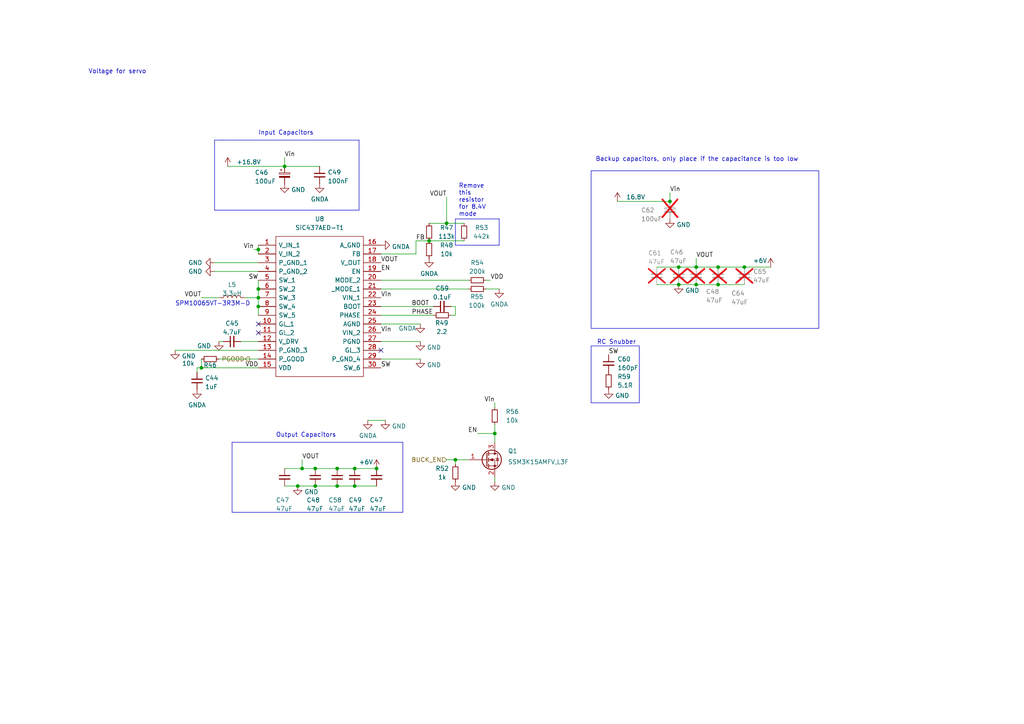
<source format=kicad_sch>
(kicad_sch (version 20250114) (generator "eeschema") (generator_version "9.0")
  (paper "A4")
  (lib_symbols
    (symbol "Device:C_Polarized_Small" (pin_numbers (hide yes)) (pin_names (offset 0.254) (hide yes))
      (property "Reference" "C" (at 0.254 1.778 0))
      (property "Value" "C_Polarized_Small" (at 0.254 -2.032 0))
      (symbol "C_Polarized_Small_0_1"
        (rectangle (start -1.524 0.6858) (end 1.524 0.3048))
        (rectangle (start -1.524 -0.3048) (end 1.524 -0.6858) (fill (type outline)))
        (polyline (pts (xy -1.27 1.524) (xy -0.762 1.524)))
        (polyline (pts (xy -1.016 1.27) (xy -1.016 1.778)))
      )
      (symbol "C_Polarized_Small_1_1"
        (pin passive line (at 0 2.54 270) (length 1.8542) (name "~") (number "1"))
        (pin passive line (at 0 -2.54 90) (length 1.8542) (name "~") (number "2"))
      )
    )
    (symbol "Device:C_Small" (pin_numbers (hide yes)) (pin_names (offset 0.254) (hide yes))
      (property "Reference" "C" (at 0.254 1.778 0))
      (property "Value" "C_Small" (at 0.254 -2.032 0))
      (symbol "C_Small_0_1"
        (polyline (pts (xy -1.524 0.508) (xy 1.524 0.508)) (stroke (width 0.3048)))
        (polyline (pts (xy -1.524 -0.508) (xy 1.524 -0.508)) (stroke (width 0.3302)))
      )
      (symbol "C_Small_1_1"
        (pin passive line (at 0 2.54 270) (length 2.032) (name "~") (number "1"))
        (pin passive line (at 0 -2.54 90) (length 2.032) (name "~") (number "2"))
      )
    )
    (symbol "Device:L" (pin_numbers (hide yes)) (pin_names (offset 1.016) (hide yes))
      (property "Reference" "L" (at -1.27 0 90))
      (property "Value" "L" (at 1.905 0 90))
      (symbol "L_0_1"
        (arc (start 0 2.54) (mid 0.6323 1.905) (end 0 1.27))
        (arc (start 0 1.27) (mid 0.6323 0.635) (end 0 0))
        (arc (start 0 0) (mid 0.6323 -0.635) (end 0 -1.27))
        (arc (start 0 -1.27) (mid 0.6323 -1.905) (end 0 -2.54))
      )
      (symbol "L_1_1"
        (pin passive line (at 0 3.81 270) (length 1.27) (name "1") (number "1"))
        (pin passive line (at 0 -3.81 90) (length 1.27) (name "2") (number "2"))
      )
    )
    (symbol "Device:Q_NMOS_GSD" (pin_names (offset 0) (hide yes))
      (property "Reference" "Q" (at 5.08 1.27 0))
      (property "Value" "Q_NMOS_GSD" (at 5.08 -1.27 0))
      (symbol "Q_NMOS_GSD_0_1"
        (polyline (pts (xy 0.254 1.905) (xy 0.254 -1.905)) (stroke (width 0.254)))
        (polyline (pts (xy 0.254 0) (xy -2.54 0)))
        (polyline (pts (xy 0.762 2.286) (xy 0.762 1.27)) (stroke (width 0.254)))
        (polyline (pts (xy 0.762 0.508) (xy 0.762 -0.508)) (stroke (width 0.254)))
        (polyline (pts (xy 0.762 -1.27) (xy 0.762 -2.286)) (stroke (width 0.254)))
        (polyline (pts (xy 0.762 -1.778) (xy 3.302 -1.778) (xy 3.302 1.778) (xy 0.762 1.778)))
        (polyline (pts (xy 1.016 0) (xy 2.032 0.381) (xy 2.032 -0.381) (xy 1.016 0)) (fill (type outline)))
        (circle (center 1.651 0) (radius 2.794) (stroke (width 0.254)))
        (polyline (pts (xy 2.54 2.54) (xy 2.54 1.778)))
        (circle (center 2.54 1.778) (radius 0.254) (fill (type outline)))
        (circle (center 2.54 -1.778) (radius 0.254) (fill (type outline)))
        (polyline (pts (xy 2.54 -2.54) (xy 2.54 0) (xy 0.762 0)))
        (polyline (pts (xy 2.794 0.508) (xy 2.921 0.381) (xy 3.683 0.381) (xy 3.81 0.254)))
        (polyline (pts (xy 3.302 0.381) (xy 2.921 -0.254) (xy 3.683 -0.254) (xy 3.302 0.381)))
      )
      (symbol "Q_NMOS_GSD_1_1"
        (pin input line (at -5.08 0 0) (length 2.54) (name "G") (number "1"))
        (pin passive line (at 2.54 5.08 270) (length 2.54) (name "D") (number "3"))
        (pin passive line (at 2.54 -5.08 90) (length 2.54) (name "S") (number "2"))
      )
    )
    (symbol "Device:R_Small" (pin_numbers (hide yes)) (pin_names (offset 0.254) (hide yes))
      (property "Reference" "R" (at 0.762 0.508 0))
      (property "Value" "R_Small" (at 0.762 -1.016 0))
      (symbol "R_Small_0_1"
        (rectangle (start -0.762 1.778) (end 0.762 -1.778) (stroke (width 0.2032)))
      )
      (symbol "R_Small_1_1"
        (pin passive line (at 0 2.54 270) (length 0.762) (name "~") (number "1"))
        (pin passive line (at 0 -2.54 90) (length 0.762) (name "~") (number "2"))
      )
    )
    (symbol "iclr:SiC437BED-T1-GE3" (pin_names (offset 0.762))
      (property "Reference" "IC" (at 31.75 7.62 0))
      (property "Value" "SiC437BED-T1-GE3" (at 31.75 5.08 0))
      (symbol "SiC437BED-T1-GE3_0_0"
        (pin passive line (at 0 0 0) (length 5.08) (name "V_IN_1") (number "1"))
        (pin passive line (at 0 -2.54 0) (length 5.08) (name "V_IN_2") (number "2"))
        (pin passive line (at 0 -5.08 0) (length 5.08) (name "P_GND_1") (number "3"))
        (pin passive line (at 0 -7.62 0) (length 5.08) (name "P_GND_2") (number "4"))
        (pin passive line (at 0 -10.16 0) (length 5.08) (name "SW_1") (number "5"))
        (pin passive line (at 0 -12.7 0) (length 5.08) (name "SW_2") (number "6"))
        (pin passive line (at 0 -15.24 0) (length 5.08) (name "SW_3") (number "7"))
        (pin passive line (at 0 -17.78 0) (length 5.08) (name "SW_4") (number "8"))
        (pin passive line (at 0 -20.32 0) (length 5.08) (name "SW_5") (number "9"))
        (pin passive line (at 0 -22.86 0) (length 5.08) (name "GL_1") (number "10"))
        (pin passive line (at 0 -25.4 0) (length 5.08) (name "GL_2") (number "11"))
        (pin passive line (at 0 -27.94 0) (length 5.08) (name "V_DRV") (number "12"))
        (pin passive line (at 0 -30.48 0) (length 5.08) (name "P_GND_3") (number "13"))
        (pin passive line (at 0 -33.02 0) (length 5.08) (name "P_GOOD") (number "14"))
        (pin passive line (at 0 -35.56 0) (length 5.08) (name "VDD") (number "15"))
        (pin passive line (at 35.56 0 180) (length 5.08) (name "A_GND") (number "16"))
        (pin passive line (at 35.56 -2.54 180) (length 5.08) (name "FB") (number "17"))
        (pin passive line (at 35.56 -5.08 180) (length 5.08) (name "V_OUT") (number "18"))
        (pin passive line (at 35.56 -7.62 180) (length 5.08) (name "EN") (number "19"))
        (pin passive line (at 35.56 -10.16 180) (length 5.08) (name "MODE_2") (number "20"))
        (pin passive line (at 35.56 -12.7 180) (length 5.08) (name "_MODE_1") (number "21"))
        (pin passive line (at 35.56 -15.24 180) (length 5.08) (name "VIN_1") (number "22"))
        (pin passive line (at 35.56 -17.78 180) (length 5.08) (name "BOOT") (number "23"))
        (pin passive line (at 35.56 -20.32 180) (length 5.08) (name "PHASE") (number "24"))
        (pin passive line (at 35.56 -22.86 180) (length 5.08) (name "AGND") (number "25"))
        (pin passive line (at 35.56 -25.4 180) (length 5.08) (name "VIN_2") (number "26"))
        (pin passive line (at 35.56 -27.94 180) (length 5.08) (name "PGND") (number "27"))
        (pin passive line (at 35.56 -30.48 180) (length 5.08) (name "GL_3") (number "28"))
        (pin passive line (at 35.56 -33.02 180) (length 5.08) (name "P_GND_4") (number "29"))
        (pin passive line (at 35.56 -35.56 180) (length 5.08) (name "SW_6") (number "30"))
      )
      (symbol "SiC437BED-T1-GE3_0_1"
        (polyline (pts (xy 5.08 2.54) (xy 30.48 2.54) (xy 30.48 -38.1) (xy 5.08 -38.1) (xy 5.08 2.54)) (stroke (width 0.1524)))
      )
    )
    (symbol "power:+12V" (power) (pin_names (offset 0))
      (property "Value" "+12V" (at 0 3.556 0))
      (symbol "+12V_0_1"
        (polyline (pts (xy -0.762 1.27) (xy 0 2.54)))
        (polyline (pts (xy 0 2.54) (xy 0.762 1.27)))
        (polyline (pts (xy 0 0) (xy 0 2.54)))
      )
      (symbol "+12V_1_1"
        (pin power_in line (at 0 0 90) (length 0) (hide yes) (name "+12V") (number "1"))
      )
    )
    (symbol "power:+6V" (power) (pin_names (offset 0))
      (property "Value" "+6V" (at 0 3.556 0))
      (symbol "+6V_0_1"
        (polyline (pts (xy -0.762 1.27) (xy 0 2.54)))
        (polyline (pts (xy 0 2.54) (xy 0.762 1.27)))
        (polyline (pts (xy 0 0) (xy 0 2.54)))
      )
      (symbol "+6V_1_1"
        (pin power_in line (at 0 0 90) (length 0) (hide yes) (name "+6V") (number "1"))
      )
    )
    (symbol "power:GND" (power) (pin_names (offset 0))
      (property "Value" "GND" (at 0 -3.81 0))
      (symbol "GND_0_1"
        (polyline (pts (xy 0 0) (xy 0 -1.27) (xy 1.27 -1.27) (xy 0 -2.54) (xy -1.27 -1.27) (xy 0 -1.27)))
      )
      (symbol "GND_1_1"
        (pin power_in line (at 0 0 270) (length 0) (hide yes) (name "GND") (number "1"))
      )
    )
    (symbol "power:GNDA" (power) (pin_names (offset 0))
      (property "Value" "GNDA" (at 0 -3.81 0))
      (symbol "GNDA_0_1"
        (polyline (pts (xy 0 0) (xy 0 -1.27) (xy 1.27 -1.27) (xy 0 -2.54) (xy -1.27 -1.27) (xy 0 -1.27)))
      )
      (symbol "GNDA_1_1"
        (pin power_in line (at 0 0 270) (length 0) (hide yes) (name "GNDA") (number "1"))
      )
    )
  )
  (rectangle (start 171.45 100.33) (end 185.42 116.84))
  (rectangle (start 171.45 49.53) (end 237.49 95.25))
  (text "SPM10065VT-3R3M-D" (at 50.8 88.9 0) (effects (font (size 1.27 1.27)) (justify left bottom)))
  (text "Voltage for servo" (at 34.036 20.828 0) (effects (font (size 1.27 1.27))))
  (text "Output Capacitors\n" (at 80.01 127 0) (effects (font (size 1.27 1.27)) (justify left bottom)))
  (text "Backup capacitors, only place if the capacitance is too low\n" (at 172.72 46.99 0) (effects (font (size 1.27 1.27)) (justify left bottom)))
  (text "Input Capacitors\n" (at 74.93 39.37 0) (effects (font (size 1.27 1.27)) (justify left bottom)))
  (text "RC Snubber" (at 178.816 99.314 0) (effects (font (size 1.27 1.27))))
  (text_box "Remove this resistor for 8.4V mode" (at 132.08 52.07 0) (size 12.7 7.62) (margins 0.9524 0.9524 0.9524 0.9524) (stroke (width -0.0001)) (effects (font (size 1.27 1.27)) (justify left top)))
  (junction (at 74.93 83.82))
  (junction (at 74.93 88.9))
  (junction (at 194.31 58.42))
  (junction (at 58.42 106.68))
  (junction (at 196.85 82.55))
  (junction (at 97.79 140.97))
  (junction (at 208.28 77.47))
  (junction (at 132.08 133.35))
  (junction (at 86.36 140.97))
  (junction (at 74.93 86.36))
  (junction (at 102.87 135.89))
  (junction (at 201.93 77.47))
  (junction (at 87.63 135.89))
  (junction (at 208.28 82.55))
  (junction (at 129.54 64.77))
  (junction (at 97.79 135.89))
  (junction (at 82.55 48.26))
  (junction (at 196.85 77.47))
  (junction (at 74.93 72.39))
  (junction (at 91.44 140.97))
  (junction (at 201.93 82.55))
  (junction (at 109.22 135.89))
  (junction (at 102.87 140.97))
  (junction (at 143.51 125.73))
  (junction (at 124.46 69.85))
  (junction (at 215.9 77.47))
  (junction (at 91.44 135.89))
  (no_connect (at 74.93 96.52))
  (no_connect (at 74.93 93.98))
  (no_connect (at 110.49 101.6))
  (polyline (pts (xy 116.84 148.59) (xy 67.31 148.59)))
  (wire (pts (xy 132.08 134.62) (xy 132.08 133.35)))
  (wire (pts (xy 138.43 125.73) (xy 143.51 125.73)))
  (wire (pts (xy 201.93 77.47) (xy 208.28 77.47)))
  (wire (pts (xy 66.04 48.26) (xy 82.55 48.26)))
  (wire (pts (xy 208.28 77.47) (xy 215.9 77.47)))
  (polyline (pts (xy 62.23 40.64) (xy 64.77 40.64)))
  (wire (pts (xy 82.55 45.72) (xy 82.55 48.26)))
  (wire (pts (xy 74.93 88.9) (xy 74.93 91.44)))
  (wire (pts (xy 74.93 86.36) (xy 74.93 88.9)))
  (wire (pts (xy 73.66 72.39) (xy 74.93 72.39)))
  (wire (pts (xy 121.92 104.14) (xy 110.49 104.14)))
  (wire (pts (xy 208.28 82.55) (xy 215.9 82.55)))
  (wire (pts (xy 201.93 82.55) (xy 208.28 82.55)))
  (polyline (pts (xy 67.31 148.59) (xy 67.31 128.27)))
  (wire (pts (xy 74.93 81.28) (xy 74.93 83.82)))
  (wire (pts (xy 135.89 81.28) (xy 110.49 81.28)))
  (polyline (pts (xy 116.84 128.27) (xy 116.84 148.59)))
  (wire (pts (xy 201.93 74.93) (xy 201.93 77.47)))
  (wire (pts (xy 74.93 71.12) (xy 74.93 72.39)))
  (wire (pts (xy 110.49 91.44) (xy 125.73 91.44)))
  (wire (pts (xy 63.5 99.06) (xy 64.77 99.06)))
  (wire (pts (xy 58.42 104.14) (xy 58.42 106.68)))
  (wire (pts (xy 106.68 121.92) (xy 111.76 121.92)))
  (wire (pts (xy 132.08 91.44) (xy 130.81 91.44)))
  (wire (pts (xy 194.31 55.88) (xy 194.31 58.42)))
  (wire (pts (xy 86.36 140.97) (xy 91.44 140.97)))
  (wire (pts (xy 58.42 106.68) (xy 57.15 106.68)))
  (wire (pts (xy 58.42 86.36) (xy 63.5 86.36)))
  (wire (pts (xy 102.87 135.89) (xy 109.22 135.89)))
  (wire (pts (xy 91.44 140.97) (xy 97.79 140.97)))
  (wire (pts (xy 143.51 128.27) (xy 143.51 125.73)))
  (polyline (pts (xy 132.08 63.5) (xy 144.78 63.5)))
  (wire (pts (xy 143.51 118.11) (xy 143.51 116.84)))
  (wire (pts (xy 63.5 104.14) (xy 74.93 104.14)))
  (wire (pts (xy 82.55 135.89) (xy 87.63 135.89)))
  (wire (pts (xy 196.85 77.47) (xy 190.5 77.47)))
  (wire (pts (xy 110.49 73.66) (xy 120.65 73.66)))
  (wire (pts (xy 74.93 83.82) (xy 74.93 86.36)))
  (wire (pts (xy 132.08 133.35) (xy 135.89 133.35)))
  (polyline (pts (xy 67.31 128.27) (xy 69.85 128.27)))
  (polyline (pts (xy 69.85 128.27) (xy 116.84 128.27)))
  (wire (pts (xy 87.63 135.89) (xy 91.44 135.89)))
  (wire (pts (xy 120.65 69.85) (xy 124.46 69.85)))
  (wire (pts (xy 120.65 69.85) (xy 120.65 73.66)))
  (polyline (pts (xy 62.23 60.96) (xy 62.23 40.64)))
  (wire (pts (xy 87.63 133.35) (xy 87.63 135.89)))
  (wire (pts (xy 50.8 101.6) (xy 74.93 101.6)))
  (wire (pts (xy 62.23 76.2) (xy 74.93 76.2)))
  (wire (pts (xy 69.85 99.06) (xy 74.93 99.06)))
  (polyline (pts (xy 144.78 63.5) (xy 144.78 71.12)))
  (wire (pts (xy 102.87 140.97) (xy 109.22 140.97)))
  (wire (pts (xy 196.85 82.55) (xy 190.5 82.55)))
  (wire (pts (xy 62.23 78.74) (xy 74.93 78.74)))
  (wire (pts (xy 129.54 57.15) (xy 129.54 64.77)))
  (wire (pts (xy 196.85 82.55) (xy 201.93 82.55)))
  (wire (pts (xy 97.79 140.97) (xy 102.87 140.97)))
  (wire (pts (xy 179.07 58.42) (xy 194.31 58.42)))
  (polyline (pts (xy 64.77 40.64) (xy 104.14 40.64)))
  (wire (pts (xy 129.54 133.35) (xy 132.08 133.35)))
  (wire (pts (xy 82.55 48.26) (xy 92.71 48.26)))
  (wire (pts (xy 121.92 93.98) (xy 110.49 93.98)))
  (wire (pts (xy 71.12 86.36) (xy 74.93 86.36)))
  (wire (pts (xy 57.15 106.68) (xy 57.15 107.95)))
  (wire (pts (xy 196.85 77.47) (xy 201.93 77.47)))
  (wire (pts (xy 140.97 81.28) (xy 142.24 81.28)))
  (wire (pts (xy 82.55 140.97) (xy 86.36 140.97)))
  (wire (pts (xy 215.9 77.47) (xy 223.52 77.47)))
  (wire (pts (xy 110.49 88.9) (xy 125.73 88.9)))
  (wire (pts (xy 121.92 99.06) (xy 110.49 99.06)))
  (wire (pts (xy 132.08 88.9) (xy 130.81 88.9)))
  (wire (pts (xy 135.89 83.82) (xy 110.49 83.82)))
  (wire (pts (xy 74.93 72.39) (xy 74.93 73.66)))
  (polyline (pts (xy 104.14 60.96) (xy 62.23 60.96)))
  (wire (pts (xy 91.44 135.89) (xy 97.79 135.89)))
  (wire (pts (xy 58.42 106.68) (xy 74.93 106.68)))
  (wire (pts (xy 124.46 69.85) (xy 134.62 69.85)))
  (wire (pts (xy 129.54 64.77) (xy 134.62 64.77)))
  (polyline (pts (xy 104.14 40.64) (xy 104.14 60.96)))
  (wire (pts (xy 129.54 64.77) (xy 124.46 64.77)))
  (wire (pts (xy 140.97 83.82) (xy 144.78 83.82)))
  (polyline (pts (xy 132.08 63.5) (xy 132.08 71.12)))
  (wire (pts (xy 97.79 135.89) (xy 102.87 135.89)))
  (wire (pts (xy 132.08 88.9) (xy 132.08 91.44)))
  (wire (pts (xy 143.51 139.7) (xy 143.51 138.43)))
  (wire (pts (xy 143.51 123.19) (xy 143.51 125.73)))
  (polyline (pts (xy 144.78 71.12) (xy 132.08 71.12)))
  (label "Vin" (at 110.49 96.52 0))
  (label "SW" (at 74.93 81.28 180))
  (label "Vin" (at 82.55 45.72 0))
  (label "VOUT" (at 87.63 133.35 0))
  (label "BOOT" (at 124.46 88.9 180))
  (label "SW" (at 110.49 106.68 0))
  (label "Vin" (at 143.51 116.84 180))
  (label "VOUT" (at 129.54 57.15 180))
  (label "Vin" (at 194.31 55.88 0))
  (label "VOUT" (at 201.93 74.93 0))
  (label "EN" (at 138.43 125.73 180))
  (label "PHASE" (at 119.38 91.44 0))
  (label "Vin" (at 110.49 86.36 0))
  (label "VDD" (at 74.93 106.68 180))
  (label "Vin" (at 73.66 72.39 180))
  (label "EN" (at 110.49 78.74 0))
  (label "VDD" (at 142.24 81.28 0))
  (label "SW" (at 176.53 102.87 0))
  (label "FB" (at 120.65 69.85 0))
  (label "VOUT" (at 110.49 76.2 0))
  (label "VOUT" (at 58.42 86.36 180))
  (hierarchical_label "PGOOD" (shape output) (at 72.39 104.14 180))
  (hierarchical_label "BUCK_EN" (shape input) (at 129.54 133.35 180))
  (symbol (lib_id "Device:C_Small") (at 102.87 138.43 0) (unit 1)
    (property "Reference" "C49" (at 101.092 145.034 0) (effects (justify left)))
    (property "Value" "47uF" (at 101.092 147.574 0) (effects (justify left)))
    (property "Footprint" "Capacitor_SMD:C_1206_3216Metric" (effects (hide yes)))
  )
  (symbol (lib_id "Device:C_Small") (at 176.53 105.41 0) (unit 1)
    (property "Reference" "C60" (at 179.07 104.1462 0) (effects (justify left)))
    (property "Value" "160pF" (at 179.07 106.6862 0) (effects (justify left)))
    (property "Footprint" "Capacitor_SMD:C_0603_1608Metric" (effects (hide yes)))
    (property "Description" "Unpolarized capacitor, small symbol" (effects (hide yes)))
  )
  (symbol (lib_id "power:GNDA") (at 124.46 74.93 0) (unit 1)
    (property "Reference" "#PWR0116" (effects (hide yes)))
    (property "Value" "GNDA" (at 124.46 79.3734 0))
  )
  (symbol (lib_id "power:GND") (at 176.53 113.03 0) (unit 1)
    (property "Reference" "#PWR0120" (effects (hide yes)))
    (property "Value" "GND" (at 178.435 114.7338 0) (effects (justify left)))
  )
  (symbol (lib_id "Device:C_Small") (at 208.28 80.01 0) (unit 1) (dnp yes)
    (property "Reference" "C64" (at 212.09 85.09 0) (effects (justify left)))
    (property "Value" "47uF" (at 212.09 87.63 0) (effects (justify left)))
    (property "Footprint" "Capacitor_SMD:C_1206_3216Metric" (effects (hide yes)))
  )
  (symbol (lib_id "Device:C_Small") (at 67.31 99.06 90) (unit 1)
    (property "Reference" "C45" (at 67.3163 93.7981 90))
    (property "Value" "4.7uF" (at 67.3163 96.335 90))
    (property "Footprint" "Capacitor_SMD:C_0402_1005Metric" (effects (hide yes)))
  )
  (symbol (lib_id "power:GND") (at 121.92 104.14 0) (unit 1)
    (property "Reference" "#PWR0114" (effects (hide yes)))
    (property "Value" "GND" (at 123.825 105.8438 0) (effects (justify left)))
  )
  (symbol (lib_id "power:GNDA") (at 144.78 83.82 0) (unit 1)
    (property "Reference" "#PWR0119" (effects (hide yes)))
    (property "Value" "GNDA" (at 144.78 88.2634 0))
  )
  (symbol (lib_id "Device:R_Small") (at 124.46 67.31 180) (unit 1)
    (property "Reference" "R47" (at 129.54 66.04 0))
    (property "Value" "113k" (at 129.54 68.5769 0))
    (property "Footprint" "Resistor_SMD:R_0402_1005Metric" (effects (hide yes)))
    (property "MPN" "ERJ-2RKF1133X" (effects (hide yes)))
  )
  (symbol (lib_id "Device:C_Polarized_Small") (at 194.31 60.96 0) (unit 1) (dnp yes)
    (property "Reference" "C62" (at 185.928 60.96 0) (effects (justify left)))
    (property "Value" "100uF" (at 185.928 63.5 0) (effects (justify left)))
    (property "Footprint" "Capacitor_Tantalum_SMD:CP_EIA-7360-38_Kemet-E" (effects (hide yes)))
    (property "Description" "Polarized capacitor, small symbol" (effects (hide yes)))
    (property "MPN" "T52M1107M035C0100" (effects (hide yes)))
  )
  (symbol (lib_id "Device:C_Small") (at 92.71 50.8 0) (unit 1)
    (property "Reference" "C49" (at 95.0341 49.9716 0) (effects (justify left)))
    (property "Value" "100nF" (at 95.0341 52.5085 0) (effects (justify left)))
    (property "Footprint" "Capacitor_SMD:C_0402_1005Metric" (effects (hide yes)))
  )
  (symbol (lib_id "Device:C_Small") (at 82.55 138.43 0) (unit 1)
    (property "Reference" "C47" (at 80.01 145.034 0) (effects (justify left)))
    (property "Value" "47uF" (at 80.01 147.574 0) (effects (justify left)))
    (property "Footprint" "Capacitor_SMD:C_1206_3216Metric" (effects (hide yes)))
  )
  (symbol (lib_id "Device:R_Small") (at 60.96 104.14 90) (unit 1)
    (property "Reference" "R46" (at 60.96 105.918 90))
    (property "Value" "10k" (at 54.61 105.4069 90))
    (property "Footprint" "Resistor_SMD:R_0402_1005Metric" (effects (hide yes)))
  )
  (symbol (lib_id "iclr:SiC437BED-T1-GE3") (at 74.93 71.12 0) (unit 1)
    (property "Reference" "U8" (at 92.71 63.5 0))
    (property "Value" "SiC437AED-T1" (at 92.71 66.04 0))
    (property "Footprint" "iclr:SiC437BEDT1GE3" (effects (hide yes)))
    (property "Datasheet" "https://componentsearchengine.com/Datasheets/1/SiC437BED-T1-GE3.pdf" (effects (hide yes)))
    (property "Description" "Switching Voltage Regulators 3-28V 12A 50uA microBUCK MLP44-24" (effects (hide yes)))
    (property "Height" "0.8" (effects (hide yes)))
    (property "Manufacturer_Name" "Vishay" (effects (hide yes)))
    (property "Manufacturer_Part_Number" "SiC437BED-T1-GE3" (effects (hide yes)))
    (property "Mouser Part Number" "78-SIC437BED-T1-GE3" (effects (hide yes)))
    (property "Mouser Price/Stock" "https://www.mouser.co.uk/ProductDetail/Vishay-Siliconix/SiC437BED-T1-GE3?qs=chTDxNqvsyntp1SKlnHzGA%3D%3D" (effects (hide yes)))
    (property "Arrow Part Number" "SIC437BED-T1-GE3" (effects (hide yes)))
    (property "Arrow Price/Stock" "https://www.arrow.com/en/products/sic437bed-t1-ge3/vishay" (effects (hide yes)))
  )
  (symbol (lib_id "power:GND") (at 86.36 140.97 0) (unit 1)
    (property "Reference" "#PWR0101" (effects (hide yes)))
    (property "Value" "GND" (at 88.265 142.6738 0) (effects (justify left)))
  )
  (symbol (lib_id "power:+6V") (at 223.52 77.47 0) (unit 1)
    (property "Reference" "#PWR0125" (effects (hide yes)))
    (property "Value" "+6V" (at 220.4553 75.5978 0))
  )
  (symbol (lib_id "Device:C_Small") (at 190.5 80.01 180) (unit 1) (dnp yes)
    (property "Reference" "C61" (at 187.96 73.406 0) (effects (justify right)))
    (property "Value" "47uF" (at 187.96 75.946 0) (effects (justify right)))
    (property "Footprint" "Capacitor_SMD:C_1206_3216Metric" (effects (hide yes)))
  )
  (symbol (lib_id "power:GND") (at 62.23 78.74 270) (unit 1)
    (property "Reference" "#PWR095" (effects (hide yes)))
    (property "Value" "GND" (at 54.61 78.74 90) (effects (justify left)))
  )
  (symbol (lib_id "power:GND") (at 196.85 82.55 0) (unit 1)
    (property "Reference" "#PWR0124" (effects (hide yes)))
    (property "Value" "GND" (at 198.755 84.2538 0) (effects (justify left)))
  )
  (symbol (lib_id "power:GND") (at 121.92 99.06 0) (unit 1)
    (property "Reference" "#PWR0112" (effects (hide yes)))
    (property "Value" "GND" (at 123.825 100.7638 0) (effects (justify left)))
  )
  (symbol (lib_id "Device:R_Small") (at 124.46 72.39 180) (unit 1)
    (property "Reference" "R48" (at 129.54 71.1231 0))
    (property "Value" "10k" (at 129.54 73.66 0))
    (property "Footprint" "Resistor_SMD:R_0402_1005Metric" (effects (hide yes)))
  )
  (symbol (lib_id "Device:C_Small") (at 215.9 80.01 0) (unit 1) (dnp yes)
    (property "Reference" "C65" (at 218.44 78.7462 0) (effects (justify left)))
    (property "Value" "47uF" (at 218.44 81.2862 0) (effects (justify left)))
    (property "Footprint" "Capacitor_SMD:C_1206_3216Metric" (effects (hide yes)))
  )
  (symbol (lib_id "Device:C_Small") (at 97.79 138.43 0) (unit 1)
    (property "Reference" "C58" (at 95.25 145.034 0) (effects (justify left)))
    (property "Value" "47uF" (at 95.25 147.574 0) (effects (justify left)))
    (property "Footprint" "Capacitor_SMD:C_1206_3216Metric" (effects (hide yes)))
  )
  (symbol (lib_id "Device:C_Polarized_Small") (at 82.55 50.8 0) (unit 1)
    (property "Reference" "C46" (at 73.914 50.038 0) (effects (justify left)))
    (property "Value" "100uF" (at 73.914 52.578 0) (effects (justify left)))
    (property "Footprint" "Capacitor_Tantalum_SMD:CP_EIA-7360-38_Kemet-E" (effects (hide yes)))
    (property "Description" "Polarized capacitor, small symbol" (effects (hide yes)))
    (property "MPN" "T52M1107M035C0100" (effects (hide yes)))
  )
  (symbol (lib_id "Device:L") (at 67.31 86.36 90) (unit 1)
    (property "Reference" "L5" (at 67.31 82.55 90))
    (property "Value" "3.3uH" (at 67.31 85.09 90))
    (property "Footprint" "iclr:IND_SPM10065VT-3R3M-D" (effects (hide yes)))
    (property "MPN" "SPM10065VT-3R3M-D" (effects (hide yes)))
  )
  (symbol (lib_id "Device:C_Small") (at 57.15 110.49 180) (unit 1)
    (property "Reference" "C44" (at 59.4741 109.6489 0) (effects (justify right)))
    (property "Value" "1uF" (at 59.4741 112.1858 0) (effects (justify right)))
    (property "Footprint" "Capacitor_SMD:C_0402_1005Metric" (effects (hide yes)))
  )
  (symbol (lib_id "Device:R_Small") (at 176.53 110.49 0) (unit 1)
    (property "Reference" "R59" (at 179.07 109.2199 0) (effects (justify left)))
    (property "Value" "5.1R" (at 179.07 111.7599 0) (effects (justify left)))
    (property "Footprint" "Resistor_SMD:R_0603_1608Metric" (effects (hide yes)))
    (property "Description" "Resistor, small symbol" (effects (hide yes)))
  )
  (symbol (lib_id "power:GNDA") (at 106.68 121.92 0) (mirror y) (unit 1)
    (property "Reference" "#PWR0104" (effects (hide yes)))
    (property "Value" "GNDA" (at 106.68 126.3634 0))
  )
  (symbol (lib_id "Device:R_Small") (at 138.43 83.82 90) (unit 1)
    (property "Reference" "R55" (at 138.3045 86.052 90))
    (property "Value" "100k" (at 138.3045 88.5889 90))
    (property "Footprint" "Resistor_SMD:R_0402_1005Metric" (effects (hide yes)))
  )
  (symbol (lib_id "power:+6V") (at 109.22 135.89 0) (unit 1)
    (property "Reference" "#PWR0105" (effects (hide yes)))
    (property "Value" "+6V" (at 106.1553 134.0178 0))
  )
  (symbol (lib_id "Device:C_Small") (at 201.93 80.01 0) (unit 1) (dnp yes)
    (property "Reference" "C48" (at 204.724 84.582 0) (effects (justify left)))
    (property "Value" "47uF" (at 204.724 87.122 0) (effects (justify left)))
    (property "Footprint" "Capacitor_SMD:C_1206_3216Metric" (effects (hide yes)))
  )
  (symbol (lib_id "power:GNDA") (at 110.49 71.12 90) (unit 1)
    (property "Reference" "#PWR0106" (effects (hide yes)))
    (property "Value" "GNDA" (at 113.665 71.5538 90) (effects (justify right)))
  )
  (symbol (lib_id "power:GND") (at 62.23 76.2 270) (unit 1)
    (property "Reference" "#PWR093" (effects (hide yes)))
    (property "Value" "GND" (at 54.61 76.2 90) (effects (justify left)))
  )
  (symbol (lib_id "Device:C_Small") (at 196.85 80.01 0) (unit 1) (dnp yes)
    (property "Reference" "C46" (at 194.31 73.152 0) (effects (justify left)))
    (property "Value" "47uF" (at 194.31 75.692 0) (effects (justify left)))
    (property "Footprint" "Capacitor_SMD:C_1206_3216Metric" (effects (hide yes)))
  )
  (symbol (lib_id "power:GND") (at 63.5 99.06 0) (unit 1)
    (property "Reference" "#PWR096" (effects (hide yes)))
    (property "Value" "GND" (at 57.15 100.33 0) (effects (justify left)))
  )
  (symbol (lib_id "Device:R_Small") (at 138.43 81.28 90) (unit 1)
    (property "Reference" "R54" (at 138.43 76.2 90))
    (property "Value" "200k" (at 138.43 78.7369 90))
    (property "Footprint" "Resistor_SMD:R_0402_1005Metric" (effects (hide yes)))
  )
  (symbol (lib_id "Device:R_Small") (at 132.08 137.16 180) (unit 1)
    (property "Reference" "R52" (at 128.27 135.89 0))
    (property "Value" "1k" (at 128.27 138.4269 0))
    (property "Footprint" "Resistor_SMD:R_0402_1005Metric" (effects (hide yes)))
  )
  (symbol (lib_id "power:GNDA") (at 92.71 53.34 0) (unit 1)
    (property "Reference" "#PWR0102" (effects (hide yes)))
    (property "Value" "GNDA" (at 92.71 57.7834 0))
  )
  (symbol (lib_id "Device:R_Small") (at 143.51 120.65 180) (unit 1)
    (property "Reference" "R56" (at 148.59 119.3831 0))
    (property "Value" "10k" (at 148.59 121.92 0))
    (property "Footprint" "Resistor_SMD:R_0402_1005Metric" (effects (hide yes)))
  )
  (symbol (lib_id "power:GNDA") (at 57.15 113.03 0) (unit 1)
    (property "Reference" "#PWR092" (effects (hide yes)))
    (property "Value" "GNDA" (at 57.15 117.4734 0))
  )
  (symbol (lib_id "Device:R_Small") (at 128.27 91.44 90) (unit 1)
    (property "Reference" "R49" (at 128.1445 93.672 90))
    (property "Value" "2.2" (at 128.1445 96.2089 90))
    (property "Footprint" "Resistor_SMD:R_0402_1005Metric" (effects (hide yes)))
  )
  (symbol (lib_id "power:GND") (at 132.08 139.7 0) (unit 1)
    (property "Reference" "#PWR0117" (effects (hide yes)))
    (property "Value" "GND" (at 133.985 141.4038 0) (effects (justify left)))
  )
  (symbol (lib_id "Device:C_Small") (at 109.22 138.43 0) (unit 1)
    (property "Reference" "C47" (at 107.188 145.034 0) (effects (justify left)))
    (property "Value" "47uF" (at 107.188 147.574 0) (effects (justify left)))
    (property "Footprint" "Capacitor_SMD:C_1206_3216Metric" (effects (hide yes)))
  )
  (symbol (lib_id "Device:Q_NMOS_GSD") (at 140.97 133.35 0) (unit 1)
    (property "Reference" "Q1" (at 147.32 130.81 0) (effects (justify left)))
    (property "Value" "SSM3K15AMFV,L3F" (at 147.32 133.985 0) (effects (justify left)))
    (property "Footprint" "iclr:SOT-723" (effects (hide yes)))
  )
  (symbol (lib_id "Device:C_Small") (at 128.27 88.9 90) (unit 1)
    (property "Reference" "C59" (at 128.2763 83.6381 90))
    (property "Value" "0.1uF" (at 128.2763 86.175 90))
    (property "Footprint" "Capacitor_SMD:C_0402_1005Metric" (effects (hide yes)))
  )
  (symbol (lib_id "power:+12V") (at 66.04 48.26 0) (unit 1)
    (property "Reference" "#PWR097" (effects (hide yes)))
    (property "Value" "+16.8V" (at 68.58 46.9899 0) (effects (justify left)))
  )
  (symbol (lib_id "power:+12V") (at 179.07 58.42 0) (unit 1)
    (property "Reference" "#PWR0122" (effects (hide yes)))
    (property "Value" "16.8V" (at 181.61 57.1499 0) (effects (justify left)))
  )
  (symbol (lib_id "Device:C_Small") (at 91.44 138.43 0) (unit 1)
    (property "Reference" "C48" (at 88.9 145.034 0) (effects (justify left)))
    (property "Value" "47uF" (at 88.9 147.574 0) (effects (justify left)))
    (property "Footprint" "Capacitor_SMD:C_1206_3216Metric" (effects (hide yes)))
  )
  (symbol (lib_id "power:GND") (at 111.76 121.92 0) (unit 1)
    (property "Reference" "#PWR0107" (effects (hide yes)))
    (property "Value" "GND" (at 113.665 123.6238 0) (effects (justify left)))
  )
  (symbol (lib_id "power:GND") (at 143.51 139.7 0) (unit 1)
    (property "Reference" "#PWR0118" (effects (hide yes)))
    (property "Value" "GND" (at 145.415 141.4038 0) (effects (justify left)))
  )
  (symbol (lib_id "power:GND") (at 82.55 53.34 0) (unit 1)
    (property "Reference" "#PWR099" (effects (hide yes)))
    (property "Value" "GND" (at 84.455 55.0438 0) (effects (justify left)))
  )
  (symbol (lib_id "power:GNDA") (at 121.92 93.98 0) (unit 1)
    (property "Reference" "#PWR0108" (effects (hide yes)))
    (property "Value" "GNDA" (at 115.57 95.25 0) (effects (justify left)))
  )
  (symbol (lib_id "power:GND") (at 50.8 101.6 0) (unit 1)
    (property "Reference" "#PWR087" (effects (hide yes)))
    (property "Value" "GND" (at 52.705 103.3038 0) (effects (justify left)))
  )
  (symbol (lib_id "power:GND") (at 194.31 63.5 0) (unit 1)
    (property "Reference" "#PWR0123" (effects (hide yes)))
    (property "Value" "GND" (at 196.215 65.2038 0) (effects (justify left)))
  )
  (symbol (lib_id "Device:R_Small") (at 134.62 67.31 180) (unit 1)
    (property "Reference" "R53" (at 139.7 66.04 0))
    (property "Value" "442k" (at 139.7 68.5769 0))
    (property "Footprint" "Resistor_SMD:R_0402_1005Metric" (effects (hide yes)))
    (property "MPN" " ERJ-2RKF4423X " (effects (hide yes)))
  )
)
</source>
